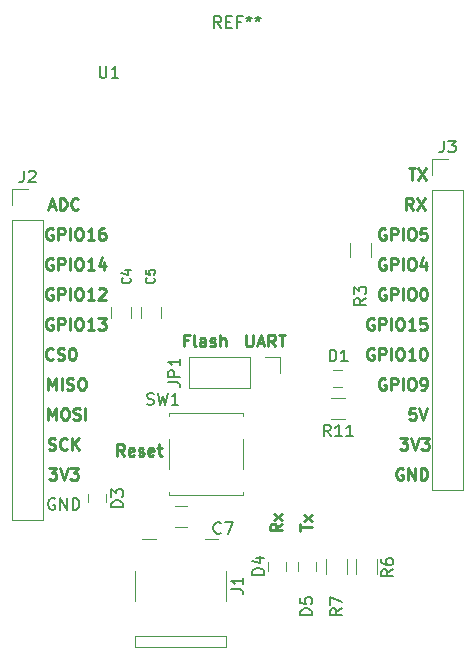
<source format=gto>
G04 #@! TF.FileFunction,Legend,Top*
%FSLAX46Y46*%
G04 Gerber Fmt 4.6, Leading zero omitted, Abs format (unit mm)*
G04 Created by KiCad (PCBNEW 4.0.7) date 02/11/18 23:28:48*
%MOMM*%
%LPD*%
G01*
G04 APERTURE LIST*
%ADD10C,0.100000*%
%ADD11C,0.250000*%
%ADD12C,0.200000*%
%ADD13C,0.120000*%
%ADD14C,0.150000*%
%ADD15O,1.500000X2.800000*%
%ADD16R,2.800000X1.500000*%
%ADD17O,2.800000X1.500000*%
%ADD18R,1.650000X1.900000*%
%ADD19R,1.700000X1.900000*%
%ADD20R,0.900000X2.700000*%
%ADD21R,2.400000X2.900000*%
%ADD22C,1.300000*%
%ADD23R,1.950000X1.700000*%
%ADD24R,1.900000X1.650000*%
%ADD25C,3.900120*%
%ADD26R,2.100000X2.100000*%
%ADD27O,2.100000X2.100000*%
%ADD28R,1.900000X1.700000*%
G04 APERTURE END LIST*
D10*
D11*
X172275524Y-124420381D02*
X171799333Y-124420381D01*
X171751714Y-124896571D01*
X171799333Y-124848952D01*
X171894571Y-124801333D01*
X172132667Y-124801333D01*
X172227905Y-124848952D01*
X172275524Y-124896571D01*
X172323143Y-124991810D01*
X172323143Y-125229905D01*
X172275524Y-125325143D01*
X172227905Y-125372762D01*
X172132667Y-125420381D01*
X171894571Y-125420381D01*
X171799333Y-125372762D01*
X171751714Y-125325143D01*
X172608857Y-124420381D02*
X172942190Y-125420381D01*
X173275524Y-124420381D01*
X141597143Y-120245143D02*
X141549524Y-120292762D01*
X141406667Y-120340381D01*
X141311429Y-120340381D01*
X141168571Y-120292762D01*
X141073333Y-120197524D01*
X141025714Y-120102286D01*
X140978095Y-119911810D01*
X140978095Y-119768952D01*
X141025714Y-119578476D01*
X141073333Y-119483238D01*
X141168571Y-119388000D01*
X141311429Y-119340381D01*
X141406667Y-119340381D01*
X141549524Y-119388000D01*
X141597143Y-119435619D01*
X141978095Y-120292762D02*
X142120952Y-120340381D01*
X142359048Y-120340381D01*
X142454286Y-120292762D01*
X142501905Y-120245143D01*
X142549524Y-120149905D01*
X142549524Y-120054667D01*
X142501905Y-119959429D01*
X142454286Y-119911810D01*
X142359048Y-119864190D01*
X142168571Y-119816571D01*
X142073333Y-119768952D01*
X142025714Y-119721333D01*
X141978095Y-119626095D01*
X141978095Y-119530857D01*
X142025714Y-119435619D01*
X142073333Y-119388000D01*
X142168571Y-119340381D01*
X142406667Y-119340381D01*
X142549524Y-119388000D01*
X143168571Y-119340381D02*
X143263810Y-119340381D01*
X143359048Y-119388000D01*
X143406667Y-119435619D01*
X143454286Y-119530857D01*
X143501905Y-119721333D01*
X143501905Y-119959429D01*
X143454286Y-120149905D01*
X143406667Y-120245143D01*
X143359048Y-120292762D01*
X143263810Y-120340381D01*
X143168571Y-120340381D01*
X143073333Y-120292762D01*
X143025714Y-120245143D01*
X142978095Y-120149905D01*
X142930476Y-119959429D01*
X142930476Y-119721333D01*
X142978095Y-119530857D01*
X143025714Y-119435619D01*
X143073333Y-119388000D01*
X143168571Y-119340381D01*
X157916762Y-118197381D02*
X157916762Y-119006905D01*
X157964381Y-119102143D01*
X158012000Y-119149762D01*
X158107238Y-119197381D01*
X158297715Y-119197381D01*
X158392953Y-119149762D01*
X158440572Y-119102143D01*
X158488191Y-119006905D01*
X158488191Y-118197381D01*
X158916762Y-118911667D02*
X159392953Y-118911667D01*
X158821524Y-119197381D02*
X159154857Y-118197381D01*
X159488191Y-119197381D01*
X160392953Y-119197381D02*
X160059619Y-118721190D01*
X159821524Y-119197381D02*
X159821524Y-118197381D01*
X160202477Y-118197381D01*
X160297715Y-118245000D01*
X160345334Y-118292619D01*
X160392953Y-118387857D01*
X160392953Y-118530714D01*
X160345334Y-118625952D01*
X160297715Y-118673571D01*
X160202477Y-118721190D01*
X159821524Y-118721190D01*
X160678667Y-118197381D02*
X161250096Y-118197381D01*
X160964381Y-119197381D02*
X160964381Y-118197381D01*
X153003429Y-118673571D02*
X152670095Y-118673571D01*
X152670095Y-119197381D02*
X152670095Y-118197381D01*
X153146286Y-118197381D01*
X153670095Y-119197381D02*
X153574857Y-119149762D01*
X153527238Y-119054524D01*
X153527238Y-118197381D01*
X154479620Y-119197381D02*
X154479620Y-118673571D01*
X154432001Y-118578333D01*
X154336763Y-118530714D01*
X154146286Y-118530714D01*
X154051048Y-118578333D01*
X154479620Y-119149762D02*
X154384382Y-119197381D01*
X154146286Y-119197381D01*
X154051048Y-119149762D01*
X154003429Y-119054524D01*
X154003429Y-118959286D01*
X154051048Y-118864048D01*
X154146286Y-118816429D01*
X154384382Y-118816429D01*
X154479620Y-118768810D01*
X154908191Y-119149762D02*
X155003429Y-119197381D01*
X155193905Y-119197381D01*
X155289144Y-119149762D01*
X155336763Y-119054524D01*
X155336763Y-119006905D01*
X155289144Y-118911667D01*
X155193905Y-118864048D01*
X155051048Y-118864048D01*
X154955810Y-118816429D01*
X154908191Y-118721190D01*
X154908191Y-118673571D01*
X154955810Y-118578333D01*
X155051048Y-118530714D01*
X155193905Y-118530714D01*
X155289144Y-118578333D01*
X155765334Y-119197381D02*
X155765334Y-118197381D01*
X156193906Y-119197381D02*
X156193906Y-118673571D01*
X156146287Y-118578333D01*
X156051049Y-118530714D01*
X155908191Y-118530714D01*
X155812953Y-118578333D01*
X155765334Y-118625952D01*
X141176572Y-122880381D02*
X141176572Y-121880381D01*
X141509906Y-122594667D01*
X141843239Y-121880381D01*
X141843239Y-122880381D01*
X142319429Y-122880381D02*
X142319429Y-121880381D01*
X142748000Y-122832762D02*
X142890857Y-122880381D01*
X143128953Y-122880381D01*
X143224191Y-122832762D01*
X143271810Y-122785143D01*
X143319429Y-122689905D01*
X143319429Y-122594667D01*
X143271810Y-122499429D01*
X143224191Y-122451810D01*
X143128953Y-122404190D01*
X142938476Y-122356571D01*
X142843238Y-122308952D01*
X142795619Y-122261333D01*
X142748000Y-122166095D01*
X142748000Y-122070857D01*
X142795619Y-121975619D01*
X142843238Y-121928000D01*
X142938476Y-121880381D01*
X143176572Y-121880381D01*
X143319429Y-121928000D01*
X143938476Y-121880381D02*
X144128953Y-121880381D01*
X144224191Y-121928000D01*
X144319429Y-122023238D01*
X144367048Y-122213714D01*
X144367048Y-122547048D01*
X144319429Y-122737524D01*
X144224191Y-122832762D01*
X144128953Y-122880381D01*
X143938476Y-122880381D01*
X143843238Y-122832762D01*
X143748000Y-122737524D01*
X143700381Y-122547048D01*
X143700381Y-122213714D01*
X143748000Y-122023238D01*
X143843238Y-121928000D01*
X143938476Y-121880381D01*
X169719810Y-121928000D02*
X169624572Y-121880381D01*
X169481715Y-121880381D01*
X169338857Y-121928000D01*
X169243619Y-122023238D01*
X169196000Y-122118476D01*
X169148381Y-122308952D01*
X169148381Y-122451810D01*
X169196000Y-122642286D01*
X169243619Y-122737524D01*
X169338857Y-122832762D01*
X169481715Y-122880381D01*
X169576953Y-122880381D01*
X169719810Y-122832762D01*
X169767429Y-122785143D01*
X169767429Y-122451810D01*
X169576953Y-122451810D01*
X170196000Y-122880381D02*
X170196000Y-121880381D01*
X170576953Y-121880381D01*
X170672191Y-121928000D01*
X170719810Y-121975619D01*
X170767429Y-122070857D01*
X170767429Y-122213714D01*
X170719810Y-122308952D01*
X170672191Y-122356571D01*
X170576953Y-122404190D01*
X170196000Y-122404190D01*
X171196000Y-122880381D02*
X171196000Y-121880381D01*
X171862666Y-121880381D02*
X172053143Y-121880381D01*
X172148381Y-121928000D01*
X172243619Y-122023238D01*
X172291238Y-122213714D01*
X172291238Y-122547048D01*
X172243619Y-122737524D01*
X172148381Y-122832762D01*
X172053143Y-122880381D01*
X171862666Y-122880381D01*
X171767428Y-122832762D01*
X171672190Y-122737524D01*
X171624571Y-122547048D01*
X171624571Y-122213714D01*
X171672190Y-122023238D01*
X171767428Y-121928000D01*
X171862666Y-121880381D01*
X172767428Y-122880381D02*
X172957904Y-122880381D01*
X173053143Y-122832762D01*
X173100762Y-122785143D01*
X173196000Y-122642286D01*
X173243619Y-122451810D01*
X173243619Y-122070857D01*
X173196000Y-121975619D01*
X173148381Y-121928000D01*
X173053143Y-121880381D01*
X172862666Y-121880381D01*
X172767428Y-121928000D01*
X172719809Y-121975619D01*
X172672190Y-122070857D01*
X172672190Y-122308952D01*
X172719809Y-122404190D01*
X172767428Y-122451810D01*
X172862666Y-122499429D01*
X173053143Y-122499429D01*
X173148381Y-122451810D01*
X173196000Y-122404190D01*
X173243619Y-122308952D01*
X168735620Y-119388000D02*
X168640382Y-119340381D01*
X168497525Y-119340381D01*
X168354667Y-119388000D01*
X168259429Y-119483238D01*
X168211810Y-119578476D01*
X168164191Y-119768952D01*
X168164191Y-119911810D01*
X168211810Y-120102286D01*
X168259429Y-120197524D01*
X168354667Y-120292762D01*
X168497525Y-120340381D01*
X168592763Y-120340381D01*
X168735620Y-120292762D01*
X168783239Y-120245143D01*
X168783239Y-119911810D01*
X168592763Y-119911810D01*
X169211810Y-120340381D02*
X169211810Y-119340381D01*
X169592763Y-119340381D01*
X169688001Y-119388000D01*
X169735620Y-119435619D01*
X169783239Y-119530857D01*
X169783239Y-119673714D01*
X169735620Y-119768952D01*
X169688001Y-119816571D01*
X169592763Y-119864190D01*
X169211810Y-119864190D01*
X170211810Y-120340381D02*
X170211810Y-119340381D01*
X170878476Y-119340381D02*
X171068953Y-119340381D01*
X171164191Y-119388000D01*
X171259429Y-119483238D01*
X171307048Y-119673714D01*
X171307048Y-120007048D01*
X171259429Y-120197524D01*
X171164191Y-120292762D01*
X171068953Y-120340381D01*
X170878476Y-120340381D01*
X170783238Y-120292762D01*
X170688000Y-120197524D01*
X170640381Y-120007048D01*
X170640381Y-119673714D01*
X170688000Y-119483238D01*
X170783238Y-119388000D01*
X170878476Y-119340381D01*
X172259429Y-120340381D02*
X171688000Y-120340381D01*
X171973714Y-120340381D02*
X171973714Y-119340381D01*
X171878476Y-119483238D01*
X171783238Y-119578476D01*
X171688000Y-119626095D01*
X172878476Y-119340381D02*
X172973715Y-119340381D01*
X173068953Y-119388000D01*
X173116572Y-119435619D01*
X173164191Y-119530857D01*
X173211810Y-119721333D01*
X173211810Y-119959429D01*
X173164191Y-120149905D01*
X173116572Y-120245143D01*
X173068953Y-120292762D01*
X172973715Y-120340381D01*
X172878476Y-120340381D01*
X172783238Y-120292762D01*
X172735619Y-120245143D01*
X172688000Y-120149905D01*
X172640381Y-119959429D01*
X172640381Y-119721333D01*
X172688000Y-119530857D01*
X172735619Y-119435619D01*
X172783238Y-119388000D01*
X172878476Y-119340381D01*
X141176572Y-125420381D02*
X141176572Y-124420381D01*
X141509906Y-125134667D01*
X141843239Y-124420381D01*
X141843239Y-125420381D01*
X142509905Y-124420381D02*
X142700382Y-124420381D01*
X142795620Y-124468000D01*
X142890858Y-124563238D01*
X142938477Y-124753714D01*
X142938477Y-125087048D01*
X142890858Y-125277524D01*
X142795620Y-125372762D01*
X142700382Y-125420381D01*
X142509905Y-125420381D01*
X142414667Y-125372762D01*
X142319429Y-125277524D01*
X142271810Y-125087048D01*
X142271810Y-124753714D01*
X142319429Y-124563238D01*
X142414667Y-124468000D01*
X142509905Y-124420381D01*
X143319429Y-125372762D02*
X143462286Y-125420381D01*
X143700382Y-125420381D01*
X143795620Y-125372762D01*
X143843239Y-125325143D01*
X143890858Y-125229905D01*
X143890858Y-125134667D01*
X143843239Y-125039429D01*
X143795620Y-124991810D01*
X143700382Y-124944190D01*
X143509905Y-124896571D01*
X143414667Y-124848952D01*
X143367048Y-124801333D01*
X143319429Y-124706095D01*
X143319429Y-124610857D01*
X143367048Y-124515619D01*
X143414667Y-124468000D01*
X143509905Y-124420381D01*
X143748001Y-124420381D01*
X143890858Y-124468000D01*
X144319429Y-125420381D02*
X144319429Y-124420381D01*
X141208286Y-127912762D02*
X141351143Y-127960381D01*
X141589239Y-127960381D01*
X141684477Y-127912762D01*
X141732096Y-127865143D01*
X141779715Y-127769905D01*
X141779715Y-127674667D01*
X141732096Y-127579429D01*
X141684477Y-127531810D01*
X141589239Y-127484190D01*
X141398762Y-127436571D01*
X141303524Y-127388952D01*
X141255905Y-127341333D01*
X141208286Y-127246095D01*
X141208286Y-127150857D01*
X141255905Y-127055619D01*
X141303524Y-127008000D01*
X141398762Y-126960381D01*
X141636858Y-126960381D01*
X141779715Y-127008000D01*
X142779715Y-127865143D02*
X142732096Y-127912762D01*
X142589239Y-127960381D01*
X142494001Y-127960381D01*
X142351143Y-127912762D01*
X142255905Y-127817524D01*
X142208286Y-127722286D01*
X142160667Y-127531810D01*
X142160667Y-127388952D01*
X142208286Y-127198476D01*
X142255905Y-127103238D01*
X142351143Y-127008000D01*
X142494001Y-126960381D01*
X142589239Y-126960381D01*
X142732096Y-127008000D01*
X142779715Y-127055619D01*
X143208286Y-127960381D02*
X143208286Y-126960381D01*
X143779715Y-127960381D02*
X143351143Y-127388952D01*
X143779715Y-126960381D02*
X143208286Y-127531810D01*
X171196096Y-129548000D02*
X171100858Y-129500381D01*
X170958001Y-129500381D01*
X170815143Y-129548000D01*
X170719905Y-129643238D01*
X170672286Y-129738476D01*
X170624667Y-129928952D01*
X170624667Y-130071810D01*
X170672286Y-130262286D01*
X170719905Y-130357524D01*
X170815143Y-130452762D01*
X170958001Y-130500381D01*
X171053239Y-130500381D01*
X171196096Y-130452762D01*
X171243715Y-130405143D01*
X171243715Y-130071810D01*
X171053239Y-130071810D01*
X171672286Y-130500381D02*
X171672286Y-129500381D01*
X172243715Y-130500381D01*
X172243715Y-129500381D01*
X172719905Y-130500381D02*
X172719905Y-129500381D01*
X172958000Y-129500381D01*
X173100858Y-129548000D01*
X173196096Y-129643238D01*
X173243715Y-129738476D01*
X173291334Y-129928952D01*
X173291334Y-130071810D01*
X173243715Y-130262286D01*
X173196096Y-130357524D01*
X173100858Y-130452762D01*
X172958000Y-130500381D01*
X172719905Y-130500381D01*
X170973905Y-126960381D02*
X171592953Y-126960381D01*
X171259619Y-127341333D01*
X171402477Y-127341333D01*
X171497715Y-127388952D01*
X171545334Y-127436571D01*
X171592953Y-127531810D01*
X171592953Y-127769905D01*
X171545334Y-127865143D01*
X171497715Y-127912762D01*
X171402477Y-127960381D01*
X171116762Y-127960381D01*
X171021524Y-127912762D01*
X170973905Y-127865143D01*
X171878667Y-126960381D02*
X172212000Y-127960381D01*
X172545334Y-126960381D01*
X172783429Y-126960381D02*
X173402477Y-126960381D01*
X173069143Y-127341333D01*
X173212001Y-127341333D01*
X173307239Y-127388952D01*
X173354858Y-127436571D01*
X173402477Y-127531810D01*
X173402477Y-127769905D01*
X173354858Y-127865143D01*
X173307239Y-127912762D01*
X173212001Y-127960381D01*
X172926286Y-127960381D01*
X172831048Y-127912762D01*
X172783429Y-127865143D01*
X168735620Y-116848000D02*
X168640382Y-116800381D01*
X168497525Y-116800381D01*
X168354667Y-116848000D01*
X168259429Y-116943238D01*
X168211810Y-117038476D01*
X168164191Y-117228952D01*
X168164191Y-117371810D01*
X168211810Y-117562286D01*
X168259429Y-117657524D01*
X168354667Y-117752762D01*
X168497525Y-117800381D01*
X168592763Y-117800381D01*
X168735620Y-117752762D01*
X168783239Y-117705143D01*
X168783239Y-117371810D01*
X168592763Y-117371810D01*
X169211810Y-117800381D02*
X169211810Y-116800381D01*
X169592763Y-116800381D01*
X169688001Y-116848000D01*
X169735620Y-116895619D01*
X169783239Y-116990857D01*
X169783239Y-117133714D01*
X169735620Y-117228952D01*
X169688001Y-117276571D01*
X169592763Y-117324190D01*
X169211810Y-117324190D01*
X170211810Y-117800381D02*
X170211810Y-116800381D01*
X170878476Y-116800381D02*
X171068953Y-116800381D01*
X171164191Y-116848000D01*
X171259429Y-116943238D01*
X171307048Y-117133714D01*
X171307048Y-117467048D01*
X171259429Y-117657524D01*
X171164191Y-117752762D01*
X171068953Y-117800381D01*
X170878476Y-117800381D01*
X170783238Y-117752762D01*
X170688000Y-117657524D01*
X170640381Y-117467048D01*
X170640381Y-117133714D01*
X170688000Y-116943238D01*
X170783238Y-116848000D01*
X170878476Y-116800381D01*
X172259429Y-117800381D02*
X171688000Y-117800381D01*
X171973714Y-117800381D02*
X171973714Y-116800381D01*
X171878476Y-116943238D01*
X171783238Y-117038476D01*
X171688000Y-117086095D01*
X173164191Y-116800381D02*
X172688000Y-116800381D01*
X172640381Y-117276571D01*
X172688000Y-117228952D01*
X172783238Y-117181333D01*
X173021334Y-117181333D01*
X173116572Y-117228952D01*
X173164191Y-117276571D01*
X173211810Y-117371810D01*
X173211810Y-117609905D01*
X173164191Y-117705143D01*
X173116572Y-117752762D01*
X173021334Y-117800381D01*
X172783238Y-117800381D01*
X172688000Y-117752762D01*
X172640381Y-117705143D01*
X169719810Y-114308000D02*
X169624572Y-114260381D01*
X169481715Y-114260381D01*
X169338857Y-114308000D01*
X169243619Y-114403238D01*
X169196000Y-114498476D01*
X169148381Y-114688952D01*
X169148381Y-114831810D01*
X169196000Y-115022286D01*
X169243619Y-115117524D01*
X169338857Y-115212762D01*
X169481715Y-115260381D01*
X169576953Y-115260381D01*
X169719810Y-115212762D01*
X169767429Y-115165143D01*
X169767429Y-114831810D01*
X169576953Y-114831810D01*
X170196000Y-115260381D02*
X170196000Y-114260381D01*
X170576953Y-114260381D01*
X170672191Y-114308000D01*
X170719810Y-114355619D01*
X170767429Y-114450857D01*
X170767429Y-114593714D01*
X170719810Y-114688952D01*
X170672191Y-114736571D01*
X170576953Y-114784190D01*
X170196000Y-114784190D01*
X171196000Y-115260381D02*
X171196000Y-114260381D01*
X171862666Y-114260381D02*
X172053143Y-114260381D01*
X172148381Y-114308000D01*
X172243619Y-114403238D01*
X172291238Y-114593714D01*
X172291238Y-114927048D01*
X172243619Y-115117524D01*
X172148381Y-115212762D01*
X172053143Y-115260381D01*
X171862666Y-115260381D01*
X171767428Y-115212762D01*
X171672190Y-115117524D01*
X171624571Y-114927048D01*
X171624571Y-114593714D01*
X171672190Y-114403238D01*
X171767428Y-114308000D01*
X171862666Y-114260381D01*
X172910285Y-114260381D02*
X173005524Y-114260381D01*
X173100762Y-114308000D01*
X173148381Y-114355619D01*
X173196000Y-114450857D01*
X173243619Y-114641333D01*
X173243619Y-114879429D01*
X173196000Y-115069905D01*
X173148381Y-115165143D01*
X173100762Y-115212762D01*
X173005524Y-115260381D01*
X172910285Y-115260381D01*
X172815047Y-115212762D01*
X172767428Y-115165143D01*
X172719809Y-115069905D01*
X172672190Y-114879429D01*
X172672190Y-114641333D01*
X172719809Y-114450857D01*
X172767428Y-114355619D01*
X172815047Y-114308000D01*
X172910285Y-114260381D01*
X169719810Y-111768000D02*
X169624572Y-111720381D01*
X169481715Y-111720381D01*
X169338857Y-111768000D01*
X169243619Y-111863238D01*
X169196000Y-111958476D01*
X169148381Y-112148952D01*
X169148381Y-112291810D01*
X169196000Y-112482286D01*
X169243619Y-112577524D01*
X169338857Y-112672762D01*
X169481715Y-112720381D01*
X169576953Y-112720381D01*
X169719810Y-112672762D01*
X169767429Y-112625143D01*
X169767429Y-112291810D01*
X169576953Y-112291810D01*
X170196000Y-112720381D02*
X170196000Y-111720381D01*
X170576953Y-111720381D01*
X170672191Y-111768000D01*
X170719810Y-111815619D01*
X170767429Y-111910857D01*
X170767429Y-112053714D01*
X170719810Y-112148952D01*
X170672191Y-112196571D01*
X170576953Y-112244190D01*
X170196000Y-112244190D01*
X171196000Y-112720381D02*
X171196000Y-111720381D01*
X171862666Y-111720381D02*
X172053143Y-111720381D01*
X172148381Y-111768000D01*
X172243619Y-111863238D01*
X172291238Y-112053714D01*
X172291238Y-112387048D01*
X172243619Y-112577524D01*
X172148381Y-112672762D01*
X172053143Y-112720381D01*
X171862666Y-112720381D01*
X171767428Y-112672762D01*
X171672190Y-112577524D01*
X171624571Y-112387048D01*
X171624571Y-112053714D01*
X171672190Y-111863238D01*
X171767428Y-111768000D01*
X171862666Y-111720381D01*
X173148381Y-112053714D02*
X173148381Y-112720381D01*
X172910285Y-111672762D02*
X172672190Y-112387048D01*
X173291238Y-112387048D01*
X169719810Y-109228000D02*
X169624572Y-109180381D01*
X169481715Y-109180381D01*
X169338857Y-109228000D01*
X169243619Y-109323238D01*
X169196000Y-109418476D01*
X169148381Y-109608952D01*
X169148381Y-109751810D01*
X169196000Y-109942286D01*
X169243619Y-110037524D01*
X169338857Y-110132762D01*
X169481715Y-110180381D01*
X169576953Y-110180381D01*
X169719810Y-110132762D01*
X169767429Y-110085143D01*
X169767429Y-109751810D01*
X169576953Y-109751810D01*
X170196000Y-110180381D02*
X170196000Y-109180381D01*
X170576953Y-109180381D01*
X170672191Y-109228000D01*
X170719810Y-109275619D01*
X170767429Y-109370857D01*
X170767429Y-109513714D01*
X170719810Y-109608952D01*
X170672191Y-109656571D01*
X170576953Y-109704190D01*
X170196000Y-109704190D01*
X171196000Y-110180381D02*
X171196000Y-109180381D01*
X171862666Y-109180381D02*
X172053143Y-109180381D01*
X172148381Y-109228000D01*
X172243619Y-109323238D01*
X172291238Y-109513714D01*
X172291238Y-109847048D01*
X172243619Y-110037524D01*
X172148381Y-110132762D01*
X172053143Y-110180381D01*
X171862666Y-110180381D01*
X171767428Y-110132762D01*
X171672190Y-110037524D01*
X171624571Y-109847048D01*
X171624571Y-109513714D01*
X171672190Y-109323238D01*
X171767428Y-109228000D01*
X171862666Y-109180381D01*
X173196000Y-109180381D02*
X172719809Y-109180381D01*
X172672190Y-109656571D01*
X172719809Y-109608952D01*
X172815047Y-109561333D01*
X173053143Y-109561333D01*
X173148381Y-109608952D01*
X173196000Y-109656571D01*
X173243619Y-109751810D01*
X173243619Y-109989905D01*
X173196000Y-110085143D01*
X173148381Y-110132762D01*
X173053143Y-110180381D01*
X172815047Y-110180381D01*
X172719809Y-110132762D01*
X172672190Y-110085143D01*
X172045334Y-107640381D02*
X171712000Y-107164190D01*
X171473905Y-107640381D02*
X171473905Y-106640381D01*
X171854858Y-106640381D01*
X171950096Y-106688000D01*
X171997715Y-106735619D01*
X172045334Y-106830857D01*
X172045334Y-106973714D01*
X171997715Y-107068952D01*
X171950096Y-107116571D01*
X171854858Y-107164190D01*
X171473905Y-107164190D01*
X172378667Y-106640381D02*
X173045334Y-107640381D01*
X173045334Y-106640381D02*
X172378667Y-107640381D01*
X171704095Y-104100381D02*
X172275524Y-104100381D01*
X171989809Y-105100381D02*
X171989809Y-104100381D01*
X172513619Y-104100381D02*
X173180286Y-105100381D01*
X173180286Y-104100381D02*
X172513619Y-105100381D01*
D12*
X141732096Y-132088000D02*
X141636858Y-132040381D01*
X141494001Y-132040381D01*
X141351143Y-132088000D01*
X141255905Y-132183238D01*
X141208286Y-132278476D01*
X141160667Y-132468952D01*
X141160667Y-132611810D01*
X141208286Y-132802286D01*
X141255905Y-132897524D01*
X141351143Y-132992762D01*
X141494001Y-133040381D01*
X141589239Y-133040381D01*
X141732096Y-132992762D01*
X141779715Y-132945143D01*
X141779715Y-132611810D01*
X141589239Y-132611810D01*
X142208286Y-133040381D02*
X142208286Y-132040381D01*
X142779715Y-133040381D01*
X142779715Y-132040381D01*
X143255905Y-133040381D02*
X143255905Y-132040381D01*
X143494000Y-132040381D01*
X143636858Y-132088000D01*
X143732096Y-132183238D01*
X143779715Y-132278476D01*
X143827334Y-132468952D01*
X143827334Y-132611810D01*
X143779715Y-132802286D01*
X143732096Y-132897524D01*
X143636858Y-132992762D01*
X143494000Y-133040381D01*
X143255905Y-133040381D01*
D11*
X141255905Y-129500381D02*
X141874953Y-129500381D01*
X141541619Y-129881333D01*
X141684477Y-129881333D01*
X141779715Y-129928952D01*
X141827334Y-129976571D01*
X141874953Y-130071810D01*
X141874953Y-130309905D01*
X141827334Y-130405143D01*
X141779715Y-130452762D01*
X141684477Y-130500381D01*
X141398762Y-130500381D01*
X141303524Y-130452762D01*
X141255905Y-130405143D01*
X142160667Y-129500381D02*
X142494000Y-130500381D01*
X142827334Y-129500381D01*
X143065429Y-129500381D02*
X143684477Y-129500381D01*
X143351143Y-129881333D01*
X143494001Y-129881333D01*
X143589239Y-129928952D01*
X143636858Y-129976571D01*
X143684477Y-130071810D01*
X143684477Y-130309905D01*
X143636858Y-130405143D01*
X143589239Y-130452762D01*
X143494001Y-130500381D01*
X143208286Y-130500381D01*
X143113048Y-130452762D01*
X143065429Y-130405143D01*
X141557620Y-116848000D02*
X141462382Y-116800381D01*
X141319525Y-116800381D01*
X141176667Y-116848000D01*
X141081429Y-116943238D01*
X141033810Y-117038476D01*
X140986191Y-117228952D01*
X140986191Y-117371810D01*
X141033810Y-117562286D01*
X141081429Y-117657524D01*
X141176667Y-117752762D01*
X141319525Y-117800381D01*
X141414763Y-117800381D01*
X141557620Y-117752762D01*
X141605239Y-117705143D01*
X141605239Y-117371810D01*
X141414763Y-117371810D01*
X142033810Y-117800381D02*
X142033810Y-116800381D01*
X142414763Y-116800381D01*
X142510001Y-116848000D01*
X142557620Y-116895619D01*
X142605239Y-116990857D01*
X142605239Y-117133714D01*
X142557620Y-117228952D01*
X142510001Y-117276571D01*
X142414763Y-117324190D01*
X142033810Y-117324190D01*
X143033810Y-117800381D02*
X143033810Y-116800381D01*
X143700476Y-116800381D02*
X143890953Y-116800381D01*
X143986191Y-116848000D01*
X144081429Y-116943238D01*
X144129048Y-117133714D01*
X144129048Y-117467048D01*
X144081429Y-117657524D01*
X143986191Y-117752762D01*
X143890953Y-117800381D01*
X143700476Y-117800381D01*
X143605238Y-117752762D01*
X143510000Y-117657524D01*
X143462381Y-117467048D01*
X143462381Y-117133714D01*
X143510000Y-116943238D01*
X143605238Y-116848000D01*
X143700476Y-116800381D01*
X145081429Y-117800381D02*
X144510000Y-117800381D01*
X144795714Y-117800381D02*
X144795714Y-116800381D01*
X144700476Y-116943238D01*
X144605238Y-117038476D01*
X144510000Y-117086095D01*
X145414762Y-116800381D02*
X146033810Y-116800381D01*
X145700476Y-117181333D01*
X145843334Y-117181333D01*
X145938572Y-117228952D01*
X145986191Y-117276571D01*
X146033810Y-117371810D01*
X146033810Y-117609905D01*
X145986191Y-117705143D01*
X145938572Y-117752762D01*
X145843334Y-117800381D01*
X145557619Y-117800381D01*
X145462381Y-117752762D01*
X145414762Y-117705143D01*
X141557620Y-114308000D02*
X141462382Y-114260381D01*
X141319525Y-114260381D01*
X141176667Y-114308000D01*
X141081429Y-114403238D01*
X141033810Y-114498476D01*
X140986191Y-114688952D01*
X140986191Y-114831810D01*
X141033810Y-115022286D01*
X141081429Y-115117524D01*
X141176667Y-115212762D01*
X141319525Y-115260381D01*
X141414763Y-115260381D01*
X141557620Y-115212762D01*
X141605239Y-115165143D01*
X141605239Y-114831810D01*
X141414763Y-114831810D01*
X142033810Y-115260381D02*
X142033810Y-114260381D01*
X142414763Y-114260381D01*
X142510001Y-114308000D01*
X142557620Y-114355619D01*
X142605239Y-114450857D01*
X142605239Y-114593714D01*
X142557620Y-114688952D01*
X142510001Y-114736571D01*
X142414763Y-114784190D01*
X142033810Y-114784190D01*
X143033810Y-115260381D02*
X143033810Y-114260381D01*
X143700476Y-114260381D02*
X143890953Y-114260381D01*
X143986191Y-114308000D01*
X144081429Y-114403238D01*
X144129048Y-114593714D01*
X144129048Y-114927048D01*
X144081429Y-115117524D01*
X143986191Y-115212762D01*
X143890953Y-115260381D01*
X143700476Y-115260381D01*
X143605238Y-115212762D01*
X143510000Y-115117524D01*
X143462381Y-114927048D01*
X143462381Y-114593714D01*
X143510000Y-114403238D01*
X143605238Y-114308000D01*
X143700476Y-114260381D01*
X145081429Y-115260381D02*
X144510000Y-115260381D01*
X144795714Y-115260381D02*
X144795714Y-114260381D01*
X144700476Y-114403238D01*
X144605238Y-114498476D01*
X144510000Y-114546095D01*
X145462381Y-114355619D02*
X145510000Y-114308000D01*
X145605238Y-114260381D01*
X145843334Y-114260381D01*
X145938572Y-114308000D01*
X145986191Y-114355619D01*
X146033810Y-114450857D01*
X146033810Y-114546095D01*
X145986191Y-114688952D01*
X145414762Y-115260381D01*
X146033810Y-115260381D01*
X141557620Y-111768000D02*
X141462382Y-111720381D01*
X141319525Y-111720381D01*
X141176667Y-111768000D01*
X141081429Y-111863238D01*
X141033810Y-111958476D01*
X140986191Y-112148952D01*
X140986191Y-112291810D01*
X141033810Y-112482286D01*
X141081429Y-112577524D01*
X141176667Y-112672762D01*
X141319525Y-112720381D01*
X141414763Y-112720381D01*
X141557620Y-112672762D01*
X141605239Y-112625143D01*
X141605239Y-112291810D01*
X141414763Y-112291810D01*
X142033810Y-112720381D02*
X142033810Y-111720381D01*
X142414763Y-111720381D01*
X142510001Y-111768000D01*
X142557620Y-111815619D01*
X142605239Y-111910857D01*
X142605239Y-112053714D01*
X142557620Y-112148952D01*
X142510001Y-112196571D01*
X142414763Y-112244190D01*
X142033810Y-112244190D01*
X143033810Y-112720381D02*
X143033810Y-111720381D01*
X143700476Y-111720381D02*
X143890953Y-111720381D01*
X143986191Y-111768000D01*
X144081429Y-111863238D01*
X144129048Y-112053714D01*
X144129048Y-112387048D01*
X144081429Y-112577524D01*
X143986191Y-112672762D01*
X143890953Y-112720381D01*
X143700476Y-112720381D01*
X143605238Y-112672762D01*
X143510000Y-112577524D01*
X143462381Y-112387048D01*
X143462381Y-112053714D01*
X143510000Y-111863238D01*
X143605238Y-111768000D01*
X143700476Y-111720381D01*
X145081429Y-112720381D02*
X144510000Y-112720381D01*
X144795714Y-112720381D02*
X144795714Y-111720381D01*
X144700476Y-111863238D01*
X144605238Y-111958476D01*
X144510000Y-112006095D01*
X145938572Y-112053714D02*
X145938572Y-112720381D01*
X145700476Y-111672762D02*
X145462381Y-112387048D01*
X146081429Y-112387048D01*
X141557620Y-109228000D02*
X141462382Y-109180381D01*
X141319525Y-109180381D01*
X141176667Y-109228000D01*
X141081429Y-109323238D01*
X141033810Y-109418476D01*
X140986191Y-109608952D01*
X140986191Y-109751810D01*
X141033810Y-109942286D01*
X141081429Y-110037524D01*
X141176667Y-110132762D01*
X141319525Y-110180381D01*
X141414763Y-110180381D01*
X141557620Y-110132762D01*
X141605239Y-110085143D01*
X141605239Y-109751810D01*
X141414763Y-109751810D01*
X142033810Y-110180381D02*
X142033810Y-109180381D01*
X142414763Y-109180381D01*
X142510001Y-109228000D01*
X142557620Y-109275619D01*
X142605239Y-109370857D01*
X142605239Y-109513714D01*
X142557620Y-109608952D01*
X142510001Y-109656571D01*
X142414763Y-109704190D01*
X142033810Y-109704190D01*
X143033810Y-110180381D02*
X143033810Y-109180381D01*
X143700476Y-109180381D02*
X143890953Y-109180381D01*
X143986191Y-109228000D01*
X144081429Y-109323238D01*
X144129048Y-109513714D01*
X144129048Y-109847048D01*
X144081429Y-110037524D01*
X143986191Y-110132762D01*
X143890953Y-110180381D01*
X143700476Y-110180381D01*
X143605238Y-110132762D01*
X143510000Y-110037524D01*
X143462381Y-109847048D01*
X143462381Y-109513714D01*
X143510000Y-109323238D01*
X143605238Y-109228000D01*
X143700476Y-109180381D01*
X145081429Y-110180381D02*
X144510000Y-110180381D01*
X144795714Y-110180381D02*
X144795714Y-109180381D01*
X144700476Y-109323238D01*
X144605238Y-109418476D01*
X144510000Y-109466095D01*
X145938572Y-109180381D02*
X145748095Y-109180381D01*
X145652857Y-109228000D01*
X145605238Y-109275619D01*
X145510000Y-109418476D01*
X145462381Y-109608952D01*
X145462381Y-109989905D01*
X145510000Y-110085143D01*
X145557619Y-110132762D01*
X145652857Y-110180381D01*
X145843334Y-110180381D01*
X145938572Y-110132762D01*
X145986191Y-110085143D01*
X146033810Y-109989905D01*
X146033810Y-109751810D01*
X145986191Y-109656571D01*
X145938572Y-109608952D01*
X145843334Y-109561333D01*
X145652857Y-109561333D01*
X145557619Y-109608952D01*
X145510000Y-109656571D01*
X145462381Y-109751810D01*
X141255905Y-107354667D02*
X141732096Y-107354667D01*
X141160667Y-107640381D02*
X141494000Y-106640381D01*
X141827334Y-107640381D01*
X142160667Y-107640381D02*
X142160667Y-106640381D01*
X142398762Y-106640381D01*
X142541620Y-106688000D01*
X142636858Y-106783238D01*
X142684477Y-106878476D01*
X142732096Y-107068952D01*
X142732096Y-107211810D01*
X142684477Y-107402286D01*
X142636858Y-107497524D01*
X142541620Y-107592762D01*
X142398762Y-107640381D01*
X142160667Y-107640381D01*
X143732096Y-107545143D02*
X143684477Y-107592762D01*
X143541620Y-107640381D01*
X143446382Y-107640381D01*
X143303524Y-107592762D01*
X143208286Y-107497524D01*
X143160667Y-107402286D01*
X143113048Y-107211810D01*
X143113048Y-107068952D01*
X143160667Y-106878476D01*
X143208286Y-106783238D01*
X143303524Y-106688000D01*
X143446382Y-106640381D01*
X143541620Y-106640381D01*
X143684477Y-106688000D01*
X143732096Y-106735619D01*
X160980381Y-134207238D02*
X160504190Y-134540572D01*
X160980381Y-134778667D02*
X159980381Y-134778667D01*
X159980381Y-134397714D01*
X160028000Y-134302476D01*
X160075619Y-134254857D01*
X160170857Y-134207238D01*
X160313714Y-134207238D01*
X160408952Y-134254857D01*
X160456571Y-134302476D01*
X160504190Y-134397714D01*
X160504190Y-134778667D01*
X160980381Y-133873905D02*
X160313714Y-133350095D01*
X160313714Y-133873905D02*
X160980381Y-133350095D01*
X162520381Y-134802476D02*
X162520381Y-134231047D01*
X163520381Y-134516762D02*
X162520381Y-134516762D01*
X163520381Y-133992952D02*
X162853714Y-133469142D01*
X162853714Y-133992952D02*
X163520381Y-133469142D01*
X147605905Y-128468381D02*
X147272571Y-127992190D01*
X147034476Y-128468381D02*
X147034476Y-127468381D01*
X147415429Y-127468381D01*
X147510667Y-127516000D01*
X147558286Y-127563619D01*
X147605905Y-127658857D01*
X147605905Y-127801714D01*
X147558286Y-127896952D01*
X147510667Y-127944571D01*
X147415429Y-127992190D01*
X147034476Y-127992190D01*
X148415429Y-128420762D02*
X148320191Y-128468381D01*
X148129714Y-128468381D01*
X148034476Y-128420762D01*
X147986857Y-128325524D01*
X147986857Y-127944571D01*
X148034476Y-127849333D01*
X148129714Y-127801714D01*
X148320191Y-127801714D01*
X148415429Y-127849333D01*
X148463048Y-127944571D01*
X148463048Y-128039810D01*
X147986857Y-128135048D01*
X148844000Y-128420762D02*
X148939238Y-128468381D01*
X149129714Y-128468381D01*
X149224953Y-128420762D01*
X149272572Y-128325524D01*
X149272572Y-128277905D01*
X149224953Y-128182667D01*
X149129714Y-128135048D01*
X148986857Y-128135048D01*
X148891619Y-128087429D01*
X148844000Y-127992190D01*
X148844000Y-127944571D01*
X148891619Y-127849333D01*
X148986857Y-127801714D01*
X149129714Y-127801714D01*
X149224953Y-127849333D01*
X150082096Y-128420762D02*
X149986858Y-128468381D01*
X149796381Y-128468381D01*
X149701143Y-128420762D01*
X149653524Y-128325524D01*
X149653524Y-127944571D01*
X149701143Y-127849333D01*
X149796381Y-127801714D01*
X149986858Y-127801714D01*
X150082096Y-127849333D01*
X150129715Y-127944571D01*
X150129715Y-128039810D01*
X149653524Y-128135048D01*
X150415429Y-127801714D02*
X150796381Y-127801714D01*
X150558286Y-127468381D02*
X150558286Y-128325524D01*
X150605905Y-128420762D01*
X150701143Y-128468381D01*
X150796381Y-128468381D01*
D13*
X148170000Y-116832000D02*
X148170000Y-115832000D01*
X146470000Y-115832000D02*
X146470000Y-116832000D01*
X150710000Y-116832000D02*
X150710000Y-115832000D01*
X149010000Y-115832000D02*
X149010000Y-116832000D01*
X144538000Y-133080000D02*
X144538000Y-129880000D01*
X146038000Y-129880000D02*
X146038000Y-133080000D01*
X146038000Y-129880000D02*
X144538000Y-129880000D01*
X148550000Y-143690000D02*
X156250000Y-143690000D01*
X148550000Y-144690000D02*
X156250000Y-144690000D01*
X156250000Y-144690000D02*
X156250000Y-135490000D01*
X156250000Y-135490000D02*
X148550000Y-135490000D01*
X148550000Y-135490000D02*
X148550000Y-144690000D01*
X157671000Y-131506000D02*
X157671000Y-131756000D01*
X157671000Y-131756000D02*
X151371000Y-131756000D01*
X151371000Y-131756000D02*
X151371000Y-131506000D01*
X157671000Y-127006000D02*
X157671000Y-129606000D01*
X151371000Y-125106000D02*
X151371000Y-124856000D01*
X151371000Y-124856000D02*
X157671000Y-124856000D01*
X157671000Y-124856000D02*
X157671000Y-125106000D01*
X151371000Y-129606000D02*
X151371000Y-127006000D01*
X152900000Y-132754000D02*
X151900000Y-132754000D01*
X151900000Y-134454000D02*
X152900000Y-134454000D01*
X159778000Y-138842000D02*
X159778000Y-135642000D01*
X161278000Y-135642000D02*
X161278000Y-138842000D01*
X161278000Y-135642000D02*
X159778000Y-135642000D01*
X162318000Y-138842000D02*
X162318000Y-135642000D01*
X163818000Y-135642000D02*
X163818000Y-138842000D01*
X163818000Y-135642000D02*
X162318000Y-135642000D01*
X169028000Y-137242000D02*
X169028000Y-138442000D01*
X167268000Y-138442000D02*
X167268000Y-137242000D01*
X166488000Y-137242000D02*
X166488000Y-138442000D01*
X164728000Y-138442000D02*
X164728000Y-137242000D01*
X138116000Y-133918000D02*
X140776000Y-133918000D01*
X138116000Y-108458000D02*
X138116000Y-133918000D01*
X140776000Y-108458000D02*
X140776000Y-133918000D01*
X138116000Y-108458000D02*
X140776000Y-108458000D01*
X138116000Y-107188000D02*
X138116000Y-105858000D01*
X138116000Y-105858000D02*
X139446000Y-105858000D01*
X173676000Y-131378000D02*
X176336000Y-131378000D01*
X173676000Y-105918000D02*
X173676000Y-131378000D01*
X176336000Y-105918000D02*
X176336000Y-131378000D01*
X173676000Y-105918000D02*
X176336000Y-105918000D01*
X173676000Y-104648000D02*
X173676000Y-103318000D01*
X173676000Y-103318000D02*
X175006000Y-103318000D01*
X168520000Y-110445000D02*
X168520000Y-111645000D01*
X166760000Y-111645000D02*
X166760000Y-110445000D01*
X166735000Y-122670000D02*
X163535000Y-122670000D01*
X163535000Y-121170000D02*
X166735000Y-121170000D01*
X163535000Y-121170000D02*
X163535000Y-122670000D01*
X153102000Y-120082000D02*
X153102000Y-122742000D01*
X158242000Y-120082000D02*
X153102000Y-120082000D01*
X158242000Y-122742000D02*
X153102000Y-122742000D01*
X158242000Y-120082000D02*
X158242000Y-122742000D01*
X159512000Y-120082000D02*
X160842000Y-120082000D01*
X160842000Y-120082000D02*
X160842000Y-121412000D01*
X165135000Y-123580000D02*
X166335000Y-123580000D01*
X166335000Y-125340000D02*
X165135000Y-125340000D01*
D14*
X145542095Y-95464381D02*
X145542095Y-96273905D01*
X145589714Y-96369143D01*
X145637333Y-96416762D01*
X145732571Y-96464381D01*
X145923048Y-96464381D01*
X146018286Y-96416762D01*
X146065905Y-96369143D01*
X146113524Y-96273905D01*
X146113524Y-95464381D01*
X147113524Y-96464381D02*
X146542095Y-96464381D01*
X146827809Y-96464381D02*
X146827809Y-95464381D01*
X146732571Y-95607238D01*
X146637333Y-95702476D01*
X146542095Y-95750095D01*
X148095857Y-113409000D02*
X148131571Y-113444714D01*
X148167286Y-113551857D01*
X148167286Y-113623286D01*
X148131571Y-113730429D01*
X148060143Y-113801857D01*
X147988714Y-113837572D01*
X147845857Y-113873286D01*
X147738714Y-113873286D01*
X147595857Y-113837572D01*
X147524429Y-113801857D01*
X147453000Y-113730429D01*
X147417286Y-113623286D01*
X147417286Y-113551857D01*
X147453000Y-113444714D01*
X147488714Y-113409000D01*
X147667286Y-112766143D02*
X148167286Y-112766143D01*
X147381571Y-112944714D02*
X147917286Y-113123286D01*
X147917286Y-112659000D01*
X150127857Y-113409000D02*
X150163571Y-113444714D01*
X150199286Y-113551857D01*
X150199286Y-113623286D01*
X150163571Y-113730429D01*
X150092143Y-113801857D01*
X150020714Y-113837572D01*
X149877857Y-113873286D01*
X149770714Y-113873286D01*
X149627857Y-113837572D01*
X149556429Y-113801857D01*
X149485000Y-113730429D01*
X149449286Y-113623286D01*
X149449286Y-113551857D01*
X149485000Y-113444714D01*
X149520714Y-113409000D01*
X149449286Y-112730429D02*
X149449286Y-113087572D01*
X149806429Y-113123286D01*
X149770714Y-113087572D01*
X149735000Y-113016143D01*
X149735000Y-112837572D01*
X149770714Y-112766143D01*
X149806429Y-112730429D01*
X149877857Y-112694714D01*
X150056429Y-112694714D01*
X150127857Y-112730429D01*
X150163571Y-112766143D01*
X150199286Y-112837572D01*
X150199286Y-113016143D01*
X150163571Y-113087572D01*
X150127857Y-113123286D01*
X147518381Y-132818095D02*
X146518381Y-132818095D01*
X146518381Y-132580000D01*
X146566000Y-132437142D01*
X146661238Y-132341904D01*
X146756476Y-132294285D01*
X146946952Y-132246666D01*
X147089810Y-132246666D01*
X147280286Y-132294285D01*
X147375524Y-132341904D01*
X147470762Y-132437142D01*
X147518381Y-132580000D01*
X147518381Y-132818095D01*
X146518381Y-131913333D02*
X146518381Y-131294285D01*
X146899333Y-131627619D01*
X146899333Y-131484761D01*
X146946952Y-131389523D01*
X146994571Y-131341904D01*
X147089810Y-131294285D01*
X147327905Y-131294285D01*
X147423143Y-131341904D01*
X147470762Y-131389523D01*
X147518381Y-131484761D01*
X147518381Y-131770476D01*
X147470762Y-131865714D01*
X147423143Y-131913333D01*
X156678381Y-139779333D02*
X157392667Y-139779333D01*
X157535524Y-139826953D01*
X157630762Y-139922191D01*
X157678381Y-140065048D01*
X157678381Y-140160286D01*
X157678381Y-138779333D02*
X157678381Y-139350762D01*
X157678381Y-139065048D02*
X156678381Y-139065048D01*
X156821238Y-139160286D01*
X156916476Y-139255524D01*
X156964095Y-139350762D01*
X149542667Y-124102762D02*
X149685524Y-124150381D01*
X149923620Y-124150381D01*
X150018858Y-124102762D01*
X150066477Y-124055143D01*
X150114096Y-123959905D01*
X150114096Y-123864667D01*
X150066477Y-123769429D01*
X150018858Y-123721810D01*
X149923620Y-123674190D01*
X149733143Y-123626571D01*
X149637905Y-123578952D01*
X149590286Y-123531333D01*
X149542667Y-123436095D01*
X149542667Y-123340857D01*
X149590286Y-123245619D01*
X149637905Y-123198000D01*
X149733143Y-123150381D01*
X149971239Y-123150381D01*
X150114096Y-123198000D01*
X150447429Y-123150381D02*
X150685524Y-124150381D01*
X150876001Y-123436095D01*
X151066477Y-124150381D01*
X151304572Y-123150381D01*
X152209334Y-124150381D02*
X151637905Y-124150381D01*
X151923619Y-124150381D02*
X151923619Y-123150381D01*
X151828381Y-123293238D01*
X151733143Y-123388476D01*
X151637905Y-123436095D01*
X155789334Y-134977143D02*
X155741715Y-135024762D01*
X155598858Y-135072381D01*
X155503620Y-135072381D01*
X155360762Y-135024762D01*
X155265524Y-134929524D01*
X155217905Y-134834286D01*
X155170286Y-134643810D01*
X155170286Y-134500952D01*
X155217905Y-134310476D01*
X155265524Y-134215238D01*
X155360762Y-134120000D01*
X155503620Y-134072381D01*
X155598858Y-134072381D01*
X155741715Y-134120000D01*
X155789334Y-134167619D01*
X156122667Y-134072381D02*
X156789334Y-134072381D01*
X156360762Y-135072381D01*
X159456381Y-138533095D02*
X158456381Y-138533095D01*
X158456381Y-138295000D01*
X158504000Y-138152142D01*
X158599238Y-138056904D01*
X158694476Y-138009285D01*
X158884952Y-137961666D01*
X159027810Y-137961666D01*
X159218286Y-138009285D01*
X159313524Y-138056904D01*
X159408762Y-138152142D01*
X159456381Y-138295000D01*
X159456381Y-138533095D01*
X158789714Y-137104523D02*
X159456381Y-137104523D01*
X158408762Y-137342619D02*
X159123048Y-137580714D01*
X159123048Y-136961666D01*
X163520381Y-141962095D02*
X162520381Y-141962095D01*
X162520381Y-141724000D01*
X162568000Y-141581142D01*
X162663238Y-141485904D01*
X162758476Y-141438285D01*
X162948952Y-141390666D01*
X163091810Y-141390666D01*
X163282286Y-141438285D01*
X163377524Y-141485904D01*
X163472762Y-141581142D01*
X163520381Y-141724000D01*
X163520381Y-141962095D01*
X162520381Y-140485904D02*
X162520381Y-140962095D01*
X162996571Y-141009714D01*
X162948952Y-140962095D01*
X162901333Y-140866857D01*
X162901333Y-140628761D01*
X162948952Y-140533523D01*
X162996571Y-140485904D01*
X163091810Y-140438285D01*
X163329905Y-140438285D01*
X163425143Y-140485904D01*
X163472762Y-140533523D01*
X163520381Y-140628761D01*
X163520381Y-140866857D01*
X163472762Y-140962095D01*
X163425143Y-141009714D01*
X170378381Y-138088666D02*
X169902190Y-138422000D01*
X170378381Y-138660095D02*
X169378381Y-138660095D01*
X169378381Y-138279142D01*
X169426000Y-138183904D01*
X169473619Y-138136285D01*
X169568857Y-138088666D01*
X169711714Y-138088666D01*
X169806952Y-138136285D01*
X169854571Y-138183904D01*
X169902190Y-138279142D01*
X169902190Y-138660095D01*
X169378381Y-137231523D02*
X169378381Y-137422000D01*
X169426000Y-137517238D01*
X169473619Y-137564857D01*
X169616476Y-137660095D01*
X169806952Y-137707714D01*
X170187905Y-137707714D01*
X170283143Y-137660095D01*
X170330762Y-137612476D01*
X170378381Y-137517238D01*
X170378381Y-137326761D01*
X170330762Y-137231523D01*
X170283143Y-137183904D01*
X170187905Y-137136285D01*
X169949810Y-137136285D01*
X169854571Y-137183904D01*
X169806952Y-137231523D01*
X169759333Y-137326761D01*
X169759333Y-137517238D01*
X169806952Y-137612476D01*
X169854571Y-137660095D01*
X169949810Y-137707714D01*
X166060381Y-141390666D02*
X165584190Y-141724000D01*
X166060381Y-141962095D02*
X165060381Y-141962095D01*
X165060381Y-141581142D01*
X165108000Y-141485904D01*
X165155619Y-141438285D01*
X165250857Y-141390666D01*
X165393714Y-141390666D01*
X165488952Y-141438285D01*
X165536571Y-141485904D01*
X165584190Y-141581142D01*
X165584190Y-141962095D01*
X165060381Y-141057333D02*
X165060381Y-140390666D01*
X166060381Y-140819238D01*
X155826627Y-92232741D02*
X155493293Y-91756550D01*
X155255198Y-92232741D02*
X155255198Y-91232741D01*
X155636151Y-91232741D01*
X155731389Y-91280360D01*
X155779008Y-91327979D01*
X155826627Y-91423217D01*
X155826627Y-91566074D01*
X155779008Y-91661312D01*
X155731389Y-91708931D01*
X155636151Y-91756550D01*
X155255198Y-91756550D01*
X156255198Y-91708931D02*
X156588532Y-91708931D01*
X156731389Y-92232741D02*
X156255198Y-92232741D01*
X156255198Y-91232741D01*
X156731389Y-91232741D01*
X157493294Y-91708931D02*
X157159960Y-91708931D01*
X157159960Y-92232741D02*
X157159960Y-91232741D01*
X157636151Y-91232741D01*
X158159960Y-91232741D02*
X158159960Y-91470836D01*
X157921865Y-91375598D02*
X158159960Y-91470836D01*
X158398056Y-91375598D01*
X158017103Y-91661312D02*
X158159960Y-91470836D01*
X158302818Y-91661312D01*
X158921865Y-91232741D02*
X158921865Y-91470836D01*
X158683770Y-91375598D02*
X158921865Y-91470836D01*
X159159961Y-91375598D01*
X158779008Y-91661312D02*
X158921865Y-91470836D01*
X159064723Y-91661312D01*
X139112667Y-104310381D02*
X139112667Y-105024667D01*
X139065047Y-105167524D01*
X138969809Y-105262762D01*
X138826952Y-105310381D01*
X138731714Y-105310381D01*
X139541238Y-104405619D02*
X139588857Y-104358000D01*
X139684095Y-104310381D01*
X139922191Y-104310381D01*
X140017429Y-104358000D01*
X140065048Y-104405619D01*
X140112667Y-104500857D01*
X140112667Y-104596095D01*
X140065048Y-104738952D01*
X139493619Y-105310381D01*
X140112667Y-105310381D01*
X174672667Y-101770381D02*
X174672667Y-102484667D01*
X174625047Y-102627524D01*
X174529809Y-102722762D01*
X174386952Y-102770381D01*
X174291714Y-102770381D01*
X175053619Y-101770381D02*
X175672667Y-101770381D01*
X175339333Y-102151333D01*
X175482191Y-102151333D01*
X175577429Y-102198952D01*
X175625048Y-102246571D01*
X175672667Y-102341810D01*
X175672667Y-102579905D01*
X175625048Y-102675143D01*
X175577429Y-102722762D01*
X175482191Y-102770381D01*
X175196476Y-102770381D01*
X175101238Y-102722762D01*
X175053619Y-102675143D01*
X168092381Y-115101666D02*
X167616190Y-115435000D01*
X168092381Y-115673095D02*
X167092381Y-115673095D01*
X167092381Y-115292142D01*
X167140000Y-115196904D01*
X167187619Y-115149285D01*
X167282857Y-115101666D01*
X167425714Y-115101666D01*
X167520952Y-115149285D01*
X167568571Y-115196904D01*
X167616190Y-115292142D01*
X167616190Y-115673095D01*
X167092381Y-114768333D02*
X167092381Y-114149285D01*
X167473333Y-114482619D01*
X167473333Y-114339761D01*
X167520952Y-114244523D01*
X167568571Y-114196904D01*
X167663810Y-114149285D01*
X167901905Y-114149285D01*
X167997143Y-114196904D01*
X168044762Y-114244523D01*
X168092381Y-114339761D01*
X168092381Y-114625476D01*
X168044762Y-114720714D01*
X167997143Y-114768333D01*
X164996905Y-120467381D02*
X164996905Y-119467381D01*
X165235000Y-119467381D01*
X165377858Y-119515000D01*
X165473096Y-119610238D01*
X165520715Y-119705476D01*
X165568334Y-119895952D01*
X165568334Y-120038810D01*
X165520715Y-120229286D01*
X165473096Y-120324524D01*
X165377858Y-120419762D01*
X165235000Y-120467381D01*
X164996905Y-120467381D01*
X166520715Y-120467381D02*
X165949286Y-120467381D01*
X166235000Y-120467381D02*
X166235000Y-119467381D01*
X166139762Y-119610238D01*
X166044524Y-119705476D01*
X165949286Y-119753095D01*
X151344381Y-122245333D02*
X152058667Y-122245333D01*
X152201524Y-122292953D01*
X152296762Y-122388191D01*
X152344381Y-122531048D01*
X152344381Y-122626286D01*
X152344381Y-121769143D02*
X151344381Y-121769143D01*
X151344381Y-121388190D01*
X151392000Y-121292952D01*
X151439619Y-121245333D01*
X151534857Y-121197714D01*
X151677714Y-121197714D01*
X151772952Y-121245333D01*
X151820571Y-121292952D01*
X151868190Y-121388190D01*
X151868190Y-121769143D01*
X152344381Y-120245333D02*
X152344381Y-120816762D01*
X152344381Y-120531048D02*
X151344381Y-120531048D01*
X151487238Y-120626286D01*
X151582476Y-120721524D01*
X151630095Y-120816762D01*
X165092143Y-126817381D02*
X164758809Y-126341190D01*
X164520714Y-126817381D02*
X164520714Y-125817381D01*
X164901667Y-125817381D01*
X164996905Y-125865000D01*
X165044524Y-125912619D01*
X165092143Y-126007857D01*
X165092143Y-126150714D01*
X165044524Y-126245952D01*
X164996905Y-126293571D01*
X164901667Y-126341190D01*
X164520714Y-126341190D01*
X166044524Y-126817381D02*
X165473095Y-126817381D01*
X165758809Y-126817381D02*
X165758809Y-125817381D01*
X165663571Y-125960238D01*
X165568333Y-126055476D01*
X165473095Y-126103095D01*
X166996905Y-126817381D02*
X166425476Y-126817381D01*
X166711190Y-126817381D02*
X166711190Y-125817381D01*
X166615952Y-125960238D01*
X166520714Y-126055476D01*
X166425476Y-126103095D01*
%LPC*%
D15*
X151956000Y-113284000D03*
X153956000Y-113284000D03*
X155956000Y-113284000D03*
X157956000Y-113284000D03*
X159956000Y-113284000D03*
X161956000Y-113284000D03*
D16*
X148966000Y-97534000D03*
D17*
X148966000Y-99534000D03*
X148966000Y-101534000D03*
X148966000Y-103534000D03*
X148966000Y-105534000D03*
X148966000Y-107534000D03*
X148966000Y-109534000D03*
X148966000Y-111534000D03*
X164966000Y-111534000D03*
X164966000Y-109534000D03*
X164966000Y-107534000D03*
X164966000Y-105534000D03*
X164966000Y-103534000D03*
X164966000Y-101534000D03*
X164966000Y-99534000D03*
X164966000Y-97534000D03*
D18*
X147320000Y-115082000D03*
X147320000Y-117582000D03*
X149860000Y-115082000D03*
X149860000Y-117582000D03*
D19*
X145288000Y-130730000D03*
X145288000Y-133430000D03*
D20*
X150800000Y-136640000D03*
X151600000Y-136640000D03*
X152400000Y-136640000D03*
X153200000Y-136640000D03*
X154000000Y-136640000D03*
D21*
X147950000Y-136740000D03*
X147950000Y-142240000D03*
X156850000Y-136740000D03*
X156850000Y-142240000D03*
D22*
X150200000Y-139240000D03*
X154600000Y-139240000D03*
D23*
X158496000Y-130556000D03*
X150546000Y-130556000D03*
X158496000Y-126056000D03*
X150546000Y-126056000D03*
D24*
X151150000Y-133604000D03*
X153650000Y-133604000D03*
D19*
X160528000Y-136492000D03*
X160528000Y-139192000D03*
X163068000Y-136492000D03*
X163068000Y-139192000D03*
X168148000Y-139192000D03*
X168148000Y-136492000D03*
X165608000Y-139192000D03*
X165608000Y-136492000D03*
D25*
X142161260Y-139778740D03*
X142161260Y-99778820D03*
X172161200Y-99778820D03*
X172161200Y-139778740D03*
D26*
X139446000Y-107188000D03*
D27*
X139446000Y-109728000D03*
X139446000Y-112268000D03*
X139446000Y-114808000D03*
X139446000Y-117348000D03*
X139446000Y-119888000D03*
X139446000Y-122428000D03*
X139446000Y-124968000D03*
X139446000Y-127508000D03*
X139446000Y-130048000D03*
X139446000Y-132588000D03*
D26*
X175006000Y-104648000D03*
D27*
X175006000Y-107188000D03*
X175006000Y-109728000D03*
X175006000Y-112268000D03*
X175006000Y-114808000D03*
X175006000Y-117348000D03*
X175006000Y-119888000D03*
X175006000Y-122428000D03*
X175006000Y-124968000D03*
X175006000Y-127508000D03*
X175006000Y-130048000D03*
D19*
X167640000Y-112395000D03*
X167640000Y-109695000D03*
D28*
X164385000Y-121920000D03*
X167085000Y-121920000D03*
D26*
X159512000Y-121412000D03*
D27*
X156972000Y-121412000D03*
X154432000Y-121412000D03*
D28*
X167085000Y-124460000D03*
X164385000Y-124460000D03*
M02*

</source>
